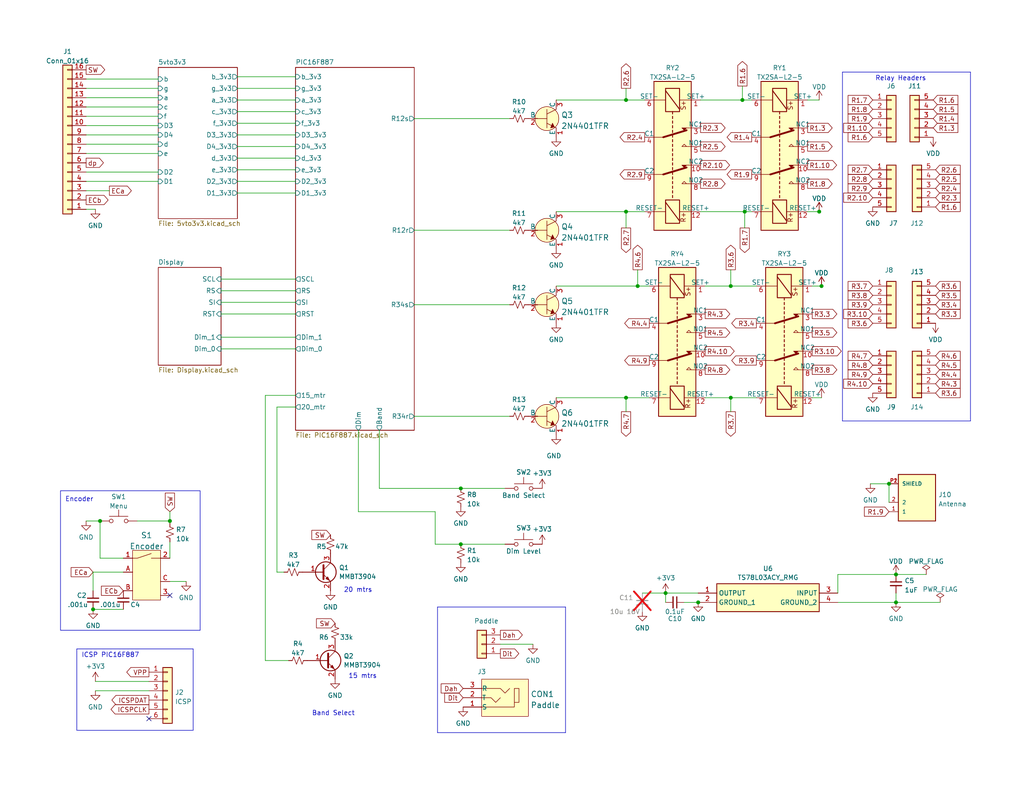
<source format=kicad_sch>
(kicad_sch (version 20230121) (generator eeschema)
  (paper "USLetter")
  (title_block (title "TriBander Latching Relay Board w/LCD") (date "2024-Jan") (rev "1.0") (company "AI6XG"))
  (lib_symbols
    (symbol "1-1337543-0:1-1337543-0" (pin_names (offset 1.016))
      (property "Reference" "J" (at -5.08 5.715 0))
      (property "Value" "1-1337543-0" (at -5.08 -10.16 0))
      (symbol "1-1337543-0_0_0"
        (pin passive line (at 7.62 2.54 180) (length 2.54) (name "1") (number "1"))
        (pin passive line (at 7.62 0 180) (length 2.54) (name "2") (number "2"))
        (pin passive line (at 7.62 -5.08 180) (length 2.54) (name "SHIELD") (number "P1"))
        (pin passive line (at 7.62 -5.08 180) (length 2.54) (name "SHIELD") (number "P2"))
      )
    )
    (symbol "AI6XG_Library:TX2SA-L2-5" (pin_names (offset 0))
      (property "Reference" "K" (at 20.32 8.89 0))
      (property "Value" "TX2SA-L2-5" (at 25.4 6.35 0))
      (symbol "TX2SA-L2-5_1_1"
        (text "+" (at -14.351 2.921 0) (effects (font (size 1.27 1.27))))
        (text "+" (at 16.129 2.921 0) (effects (font (size 1.27 1.27))))
        (text "R" (at 17.526 2.921 0) (effects (font (size 1.27 1.27))))
        (text "S" (at -13.081 2.921 0) (effects (font (size 1.27 1.27))))
        (pin passive line (at -15.24 7.62 270) (length 2.54) (name "SET+") (number "1"))
        (pin passive line (at 2.54 7.62 270) (length 2.54) (name "NC2") (number "10"))
        (pin passive line (at 15.24 7.62 270) (length 2.54) (name "RESET+") (number "12"))
        (pin passive line (at -7.62 7.62 270) (length 2.54) (name "NC1") (number "3"))
        (pin passive line (at -5.08 -7.62 90) (length 2.54) (name "C1") (number "4"))
        (pin passive line (at -2.54 7.62 270) (length 2.54) (name "NO1") (number "5"))
        (pin passive line (at -15.24 -7.62 90) (length 2.54) (name "SET-") (number "6"))
        (pin passive line (at 15.24 -7.62 90) (length 2.54) (name "RESET-") (number "7"))
        (pin passive line (at 7.62 7.62 270) (length 2.54) (name "NO2") (number "8"))
        (pin passive line (at 5.08 -7.62 90) (length 2.54) (name "C2") (number "9"))
      )
    )
    (symbol "Conn_01x05_1" (pin_names (offset 1.016) hide)
      (property "Reference" "J" (at 0 7.62 0))
      (property "Value" "Conn_01x05_1" (at 0 -7.62 0))
      (symbol "Conn_01x05_1_1_1"
        (pin passive line (at -5.08 5.08 0) (length 3.81) (name "Pin_1") (number "1"))
        (pin passive line (at -5.08 2.54 0) (length 3.81) (name "Pin_2") (number "2"))
        (pin passive line (at -5.08 0 0) (length 3.81) (name "Pin_3") (number "3"))
        (pin passive line (at -5.08 -2.54 0) (length 3.81) (name "Pin_4") (number "4"))
        (pin passive line (at -5.08 -5.08 0) (length 3.81) (name "Pin_5") (number "5"))
      )
    )
    (symbol "Connector_Generic:Conn_01x03" (pin_names (offset 1.016) hide)
      (property "Reference" "J" (at 0 5.08 0))
      (property "Value" "Conn_01x03" (at 0 -5.08 0))
      (symbol "Conn_01x03_1_1"
        (pin passive line (at -5.08 2.54 0) (length 3.81) (name "Pin_1") (number "1"))
        (pin passive line (at -5.08 0 0) (length 3.81) (name "Pin_2") (number "2"))
        (pin passive line (at -5.08 -2.54 0) (length 3.81) (name "Pin_3") (number "3"))
      )
    )
    (symbol "Connector_Generic:Conn_01x05" (pin_names (offset 1.016) hide)
      (property "Reference" "J" (at 0 7.62 0))
      (property "Value" "Conn_01x05" (at 0 -7.62 0))
      (symbol "Conn_01x05_1_1"
        (pin passive line (at -5.08 5.08 0) (length 3.81) (name "Pin_1") (number "1"))
        (pin passive line (at -5.08 2.54 0) (length 3.81) (name "Pin_2") (number "2"))
        (pin passive line (at -5.08 0 0) (length 3.81) (name "Pin_3") (number "3"))
        (pin passive line (at -5.08 -2.54 0) (length 3.81) (name "Pin_4") (number "4"))
        (pin passive line (at -5.08 -5.08 0) (length 3.81) (name "Pin_5") (number "5"))
      )
    )
    (symbol "Connector_Generic:Conn_01x06" (pin_names (offset 1.016) hide)
      (property "Reference" "J" (at 0 7.62 0))
      (property "Value" "Conn_01x06" (at 0 -10.16 0))
      (symbol "Conn_01x06_1_1"
        (pin passive line (at -5.08 5.08 0) (length 3.81) (name "Pin_1") (number "1"))
        (pin passive line (at -5.08 2.54 0) (length 3.81) (name "Pin_2") (number "2"))
        (pin passive line (at -5.08 0 0) (length 3.81) (name "Pin_3") (number "3"))
        (pin passive line (at -5.08 -2.54 0) (length 3.81) (name "Pin_4") (number "4"))
        (pin passive line (at -5.08 -5.08 0) (length 3.81) (name "Pin_5") (number "5"))
        (pin passive line (at -5.08 -7.62 0) (length 3.81) (name "Pin_6") (number "6"))
      )
    )
    (symbol "Connector_Generic:Conn_01x16" (pin_names (offset 1.016) hide)
      (property "Reference" "J" (at 0 20.32 0))
      (property "Value" "Conn_01x16" (at 0 -22.86 0))
      (symbol "Conn_01x16_1_1"
        (pin passive line (at -5.08 17.78 0) (length 3.81) (name "Pin_1") (number "1"))
        (pin passive line (at -5.08 -5.08 0) (length 3.81) (name "Pin_10") (number "10"))
        (pin passive line (at -5.08 -7.62 0) (length 3.81) (name "Pin_11") (number "11"))
        (pin passive line (at -5.08 -10.16 0) (length 3.81) (name "Pin_12") (number "12"))
        (pin passive line (at -5.08 -12.7 0) (length 3.81) (name "Pin_13") (number "13"))
        (pin passive line (at -5.08 -15.24 0) (length 3.81) (name "Pin_14") (number "14"))
        (pin passive line (at -5.08 -17.78 0) (length 3.81) (name "Pin_15") (number "15"))
        (pin passive line (at -5.08 -20.32 0) (length 3.81) (name "Pin_16") (number "16"))
        (pin passive line (at -5.08 15.24 0) (length 3.81) (name "Pin_2") (number "2"))
        (pin passive line (at -5.08 12.7 0) (length 3.81) (name "Pin_3") (number "3"))
        (pin passive line (at -5.08 10.16 0) (length 3.81) (name "Pin_4") (number "4"))
        (pin passive line (at -5.08 7.62 0) (length 3.81) (name "Pin_5") (number "5"))
        (pin passive line (at -5.08 5.08 0) (length 3.81) (name "Pin_6") (number "6"))
        (pin passive line (at -5.08 2.54 0) (length 3.81) (name "Pin_7") (number "7"))
        (pin passive line (at -5.08 0 0) (length 3.81) (name "Pin_8") (number "8"))
        (pin passive line (at -5.08 -2.54 0) (length 3.81) (name "Pin_9") (number "9"))
      )
    )
    (symbol "Device:C_Polarized_Small_US" (pin_numbers hide) (pin_names (offset 0.254) hide)
      (property "Reference" "C" (at 0.254 1.778 0))
      (property "Value" "C_Polarized_Small_US" (at 0.254 -2.032 0))
      (symbol "C_Polarized_Small_US_1_1"
        (pin passive line (at 0 2.54 270) (length 2.032) (name "~") (number "1"))
        (pin passive line (at 0 -2.54 90) (length 2.032) (name "~") (number "2"))
      )
    )
    (symbol "Device:C_Small" (pin_numbers hide) (pin_names (offset 0.254) hide)
      (property "Reference" "C" (at 0.254 1.778 0))
      (property "Value" "C_Small" (at 0.254 -2.032 0))
      (symbol "C_Small_1_1"
        (pin passive line (at 0 2.54 270) (length 2.032) (name "~") (number "1"))
        (pin passive line (at 0 -2.54 90) (length 2.032) (name "~") (number "2"))
      )
    )
    (symbol "Device:R_Small_US" (pin_numbers hide) (pin_names (offset 0.254) hide)
      (property "Reference" "R" (at 0.762 0.508 0))
      (property "Value" "R_Small_US" (at 0.762 -1.016 0))
      (symbol "R_Small_US_1_1"
        (pin passive line (at 0 2.54 270) (length 1.016) (name "~") (number "1"))
        (pin passive line (at 0 -2.54 90) (length 1.016) (name "~") (number "2"))
      )
    )
    (symbol "GND_10" (power) (pin_numbers hide) (pin_names (offset 0) hide)
      (property "Value" "GND_10" (at 0 -3.81 0))
      (symbol "GND_10_1_1"
        (pin power_in line (at 0 0 270) (length 0) hide (name "GND") (number "1"))
      )
    )
    (symbol "GND_2" (power) (pin_numbers hide) (pin_names (offset 0) hide)
      (property "Value" "GND_2" (at 0 -3.81 0))
      (symbol "GND_2_1_1"
        (pin power_in line (at 0 0 270) (length 0) hide (name "GND") (number "1"))
      )
    )
    (symbol "GND_3" (power) (pin_numbers hide) (pin_names (offset 0) hide)
      (property "Value" "GND_3" (at 0 -3.81 0))
      (symbol "GND_3_1_1"
        (pin power_in line (at 0 0 270) (length 0) hide (name "GND") (number "1"))
      )
    )
    (symbol "GND_4" (power) (pin_numbers hide) (pin_names (offset 0) hide)
      (property "Value" "GND_4" (at 0 -3.81 0))
      (symbol "GND_4_1_1"
        (pin power_in line (at 0 0 270) (length 0) hide (name "GND") (number "1"))
      )
    )
    (symbol "GND_6" (power) (pin_numbers hide) (pin_names (offset 0) hide)
      (property "Value" "GND_6" (at 0 -3.81 0))
      (symbol "GND_6_1_1"
        (pin power_in line (at 0 0 270) (length 0) hide (name "GND") (number "1"))
      )
    )
    (symbol "GND_7" (power) (pin_numbers hide) (pin_names (offset 0) hide)
      (property "Value" "GND_7" (at 0 -3.81 0))
      (symbol "GND_7_1_1"
        (pin power_in line (at 0 0 270) (length 0) hide (name "GND") (number "1"))
      )
    )
    (symbol "GND_8" (power) (pin_numbers hide) (pin_names (offset 0) hide)
      (property "Value" "GND_8" (at 0 -3.81 0))
      (symbol "GND_8_1_1"
        (pin power_in line (at 0 0 270) (length 0) hide (name "GND") (number "1"))
      )
    )
    (symbol "GND_9" (power) (pin_numbers hide) (pin_names (offset 0) hide)
      (property "Value" "GND_9" (at 0 -3.81 0))
      (symbol "GND_9_1_1"
        (pin power_in line (at 0 0 270) (length 0) hide (name "GND") (number "1"))
      )
    )
    (symbol "SamacSys_Parts:TS78L03ACY_RMG"
      (property "Reference" "IC" (at 34.29 7.62 0))
      (property "Value" "TS78L03ACY_RMG" (at 34.29 5.08 0))
      (symbol "TS78L03ACY_RMG_1_1"
        (pin passive line (at 0 0 0) (length 5.08) (name "OUTPUT") (number "1"))
        (pin passive line (at 0 -2.54 0) (length 5.08) (name "GROUND_1") (number "2"))
        (pin passive line (at 38.1 0 180) (length 5.08) (name "INPUT") (number "3"))
        (pin passive line (at 38.1 -2.54 180) (length 5.08) (name "GROUND_2") (number "4"))
      )
    )
    (symbol "Switch:SW_Push" (pin_numbers hide) (pin_names (offset 1.016) hide)
      (property "Reference" "SW" (at 1.27 2.54 0))
      (property "Value" "SW_Push" (at 0 -1.524 0))
      (symbol "SW_Push_0_1"
        (pin passive line (at -5.08 0 0) (length 2.54) (name "1") (number "1"))
        (pin passive line (at 5.08 0 180) (length 2.54) (name "2") (number "2"))
      )
    )
    (symbol "Transistor_BJT:MMBT3904" (pin_names (offset 0) hide)
      (property "Reference" "Q" (at 5.08 1.905 0))
      (property "Value" "MMBT3904" (at 5.08 0 0))
      (symbol "MMBT3904_1_1"
        (pin input line (at -5.08 0 0) (length 5.715) (name "B") (number "1"))
        (pin passive line (at 2.54 -5.08 90) (length 2.54) (name "E") (number "2"))
        (pin passive line (at 2.54 5.08 270) (length 2.54) (name "C") (number "3"))
      )
    )
    (symbol "VDD_1" (power) (pin_numbers hide) (pin_names (offset 0) hide)
      (property "Value" "VDD_1" (at 0 3.81 0))
      (symbol "VDD_1_1_1"
        (pin power_in line (at 0 0 90) (length 0) hide (name "VDD") (number "1"))
      )
    )
    (symbol "VDD_2" (power) (pin_numbers hide) (pin_names (offset 0) hide)
      (property "Value" "VDD_2" (at 0 3.81 0))
      (symbol "VDD_2_1_1"
        (pin power_in line (at 0 0 90) (length 0) hide (name "VDD") (number "1"))
      )
    )
    (symbol "dk_Barrel-Audio-Connectors:SJ1-3523N" (pin_names (offset 0.0508))
      (property "Reference" "CON" (at -7.62 6.35 0))
      (property "Value" "SJ1-3523N" (at -1.27 -6.35 0))
      (symbol "SJ1-3523N_1_1"
        (pin passive line (at 10.16 -2.54 180) (length 5.08) (name "S") (number "1"))
        (pin passive line (at 10.16 0 180) (length 5.08) (name "T") (number "2"))
        (pin passive line (at 10.16 2.54 180) (length 5.08) (name "R") (number "3"))
      )
    )
    (symbol "dk_Encoders:PEC11R-4215F-S0024" (pin_names (offset 1.016) hide)
      (property "Reference" "S" (at -1.27 5.715 0))
      (property "Value" "PEC11R-4215F-S0024" (at -1.27 -9.906 0))
      (symbol "PEC11R-4215F-S0024_1_1"
        (pin bidirectional line (at -7.62 2.54 0) (length 2.54) (name "~") (number "1"))
        (pin bidirectional line (at 5.08 2.54 180) (length 2.54) (name "~") (number "2"))
        (pin unspecified line (at 5.08 -7.62 180) (length 2.54) (name "~") (number "3"))
        (pin bidirectional line (at -7.62 -1.27 0) (length 2.54) (name "CH_A") (number "A"))
        (pin bidirectional line (at -7.62 -6.35 0) (length 2.54) (name "CH_B") (number "B"))
        (pin input line (at 5.08 -3.81 180) (length 2.54) (name "COM") (number "C"))
      )
    )
    (symbol "dk_Transistors-Bipolar-BJT-Single:2N4401TFR" (pin_names (offset 0))
      (property "Reference" "Q" (at -3.2004 4.2164 0))
      (property "Value" "2N4401TFR" (at 5.2324 0 90))
      (symbol "2N4401TFR_1_1"
        (pin passive line (at 2.54 -5.08 90) (length 2.54) (name "E") (number "1"))
        (pin input line (at -5.08 0 0) (length 2.54) (name "B") (number "2"))
        (pin passive line (at 2.54 5.08 270) (length 2.54) (name "C") (number "3"))
      )
    )
    (symbol "power:+3V3" (power) (pin_numbers hide) (pin_names (offset 0) hide)
      (property "Value" "+3V3" (at 0 3.556 0))
      (symbol "+3V3_1_1"
        (pin power_in line (at 0 0 90) (length 0) hide (name "+3V3") (number "1"))
      )
    )
    (symbol "power:GND" (power) (pin_numbers hide) (pin_names (offset 0) hide)
      (property "Value" "GND" (at 0 -3.81 0))
      (symbol "GND_1_1"
        (pin power_in line (at 0 0 270) (length 0) hide (name "GND") (number "1"))
      )
    )
    (symbol "power:PWR_FLAG" (power) (pin_numbers hide) (pin_names (offset 0) hide)
      (property "Value" "PWR_FLAG" (at 0 3.81 0))
      (symbol "PWR_FLAG_0_0"
        (pin power_out line (at 0 0 90) (length 0) (name "pwr") (number "1"))
      )
    )
  )
  (junction (at 242.57 132.08))
  (junction (at 25.4 166.37))
  (junction (at 224.155 78.105))
  (junction (at 46.355 142.24))
  (junction (at 125.73 148.59))
  (junction (at 203.2 57.785))
  (junction (at 190.5 164.465))
  (junction (at 202.565 27.305))
  (junction (at 170.815 108.585))
  (junction (at 27.305 142.24))
  (junction (at 173.99 78.105))
  (junction (at 170.815 57.785))
  (junction (at 244.475 164.465))
  (junction (at 181.61 161.925))
  (junction (at 125.73 133.35))
  (junction (at 244.475 156.845))
  (junction (at 199.39 108.585))
  (junction (at 199.39 78.105))
  (junction (at 223.52 57.785))
  (junction (at 170.815 27.305))
  (no_connect (at 40.64 196.215))
  (no_connect (at 46.355 162.56))
  (wire (pts (xy 191.135 57.785) (xy 203.2 57.785)))
  (polyline (pts (xy 229.87 19.685) (xy 264.795 19.685)))
  (wire (pts (xy 25.4 166.37) (xy 33.655 166.37)))
  (wire (pts (xy 23.495 142.24) (xy 27.305 142.24)))
  (wire (pts (xy 33.655 156.21) (xy 25.4 156.21)))
  (polyline (pts (xy 119.38 165.735) (xy 119.38 200.025)))
  (wire (pts (xy 60.325 92.075) (xy 80.645 92.075)))
  (wire (pts (xy 151.765 57.785) (xy 170.815 57.785)))
  (wire (pts (xy 113.03 113.665) (xy 139.065 113.665)))
  (wire (pts (xy 244.475 164.465) (xy 244.475 161.925)))
  (wire (pts (xy 27.305 152.4) (xy 33.655 152.4)))
  (wire (pts (xy 125.73 133.35) (xy 137.795 133.35)))
  (wire (pts (xy 46.355 139.7) (xy 46.355 142.24)))
  (wire (pts (xy 75.565 156.21) (xy 75.565 111.125)))
  (wire (pts (xy 118.745 148.59) (xy 125.73 148.59)))
  (wire (pts (xy 151.765 78.105) (xy 173.99 78.105)))
  (wire (pts (xy 244.475 164.465) (xy 256.54 164.465)))
  (wire (pts (xy 192.405 108.585) (xy 199.39 108.585)))
  (wire (pts (xy 202.565 27.305) (xy 205.105 27.305)))
  (wire (pts (xy 46.355 158.75) (xy 50.8 158.75)))
  (wire (pts (xy 23.495 39.37) (xy 43.18 39.37)))
  (wire (pts (xy 170.815 24.13) (xy 170.815 27.305)))
  (polyline (pts (xy 264.795 19.685) (xy 264.795 114.935)))
  (wire (pts (xy 199.39 108.585) (xy 206.375 108.585)))
  (wire (pts (xy 221.615 78.105) (xy 224.155 78.105)))
  (wire (pts (xy 228.6 156.845) (xy 244.475 156.845)))
  (wire (pts (xy 64.77 40.005) (xy 80.645 40.005)))
  (wire (pts (xy 60.325 82.55) (xy 80.645 82.55)))
  (wire (pts (xy 242.57 132.08) (xy 242.57 137.16)))
  (wire (pts (xy 64.77 20.955) (xy 80.645 20.955)))
  (wire (pts (xy 23.495 36.83) (xy 43.18 36.83)))
  (wire (pts (xy 113.03 32.385) (xy 139.065 32.385)))
  (wire (pts (xy 23.495 21.59) (xy 43.18 21.59)))
  (polyline (pts (xy 154.305 165.735) (xy 154.305 200.025)))
  (wire (pts (xy 228.6 156.845) (xy 228.6 161.925)))
  (wire (pts (xy 23.495 49.53) (xy 43.18 49.53)))
  (wire (pts (xy 64.77 27.305) (xy 80.645 27.305)))
  (wire (pts (xy 170.815 57.785) (xy 170.815 62.23)))
  (wire (pts (xy 23.495 46.99) (xy 43.18 46.99)))
  (wire (pts (xy 199.39 108.585) (xy 199.39 112.395)))
  (wire (pts (xy 191.135 27.305) (xy 202.565 27.305)))
  (polyline (pts (xy 119.38 165.735) (xy 154.305 165.735)))
  (wire (pts (xy 46.355 142.875) (xy 46.355 142.24)))
  (wire (pts (xy 23.495 41.91) (xy 43.18 41.91)))
  (wire (pts (xy 244.475 156.845) (xy 252.73 156.845)))
  (wire (pts (xy 170.815 108.585) (xy 170.815 112.395)))
  (wire (pts (xy 97.79 117.475) (xy 97.79 139.7)))
  (wire (pts (xy 151.765 108.585) (xy 170.815 108.585)))
  (wire (pts (xy 103.505 117.475) (xy 103.505 133.35)))
  (wire (pts (xy 199.39 73.66) (xy 199.39 78.105)))
  (wire (pts (xy 237.49 132.08) (xy 242.57 132.08)))
  (wire (pts (xy 60.325 76.2) (xy 80.645 76.2)))
  (wire (pts (xy 181.61 161.925) (xy 190.5 161.925)))
  (wire (pts (xy 23.495 26.67) (xy 43.18 26.67)))
  (wire (pts (xy 78.74 180.34) (xy 72.39 180.34)))
  (wire (pts (xy 173.99 73.66) (xy 173.99 78.105)))
  (wire (pts (xy 170.815 27.305) (xy 175.895 27.305)))
  (wire (pts (xy 186.69 164.465) (xy 190.5 164.465)))
  (wire (pts (xy 113.03 83.185) (xy 139.065 83.185)))
  (wire (pts (xy 170.815 57.785) (xy 175.895 57.785)))
  (polyline (pts (xy 229.87 19.685) (xy 229.87 114.935)))
  (wire (pts (xy 125.73 148.59) (xy 137.795 148.59)))
  (wire (pts (xy 221.615 108.585) (xy 224.155 108.585)))
  (wire (pts (xy 46.355 147.955) (xy 46.355 152.4)))
  (wire (pts (xy 220.345 27.305) (xy 223.52 27.305)))
  (wire (pts (xy 23.495 57.15) (xy 26.035 57.15)))
  (wire (pts (xy 199.39 78.105) (xy 206.375 78.105)))
  (wire (pts (xy 118.745 139.7) (xy 118.745 148.59)))
  (polyline (pts (xy 52.705 199.39) (xy 20.955 199.39)))
  (wire (pts (xy 25.4 156.21) (xy 25.4 161.29)))
  (polyline (pts (xy 154.305 200.025) (xy 119.38 200.025)))
  (wire (pts (xy 26.035 188.595) (xy 40.64 188.595)))
  (polyline (pts (xy 20.955 177.165) (xy 52.705 177.165)))
  (wire (pts (xy 64.77 46.355) (xy 80.645 46.355)))
  (wire (pts (xy 23.495 24.13) (xy 43.18 24.13)))
  (wire (pts (xy 103.505 133.35) (xy 125.73 133.35)))
  (wire (pts (xy 27.305 142.24) (xy 27.305 152.4)))
  (wire (pts (xy 64.77 52.705) (xy 80.645 52.705)))
  (wire (pts (xy 173.99 78.105) (xy 177.165 78.105)))
  (wire (pts (xy 202.565 23.495) (xy 202.565 27.305)))
  (wire (pts (xy 23.495 52.07) (xy 29.845 52.07)))
  (wire (pts (xy 220.345 57.785) (xy 223.52 57.785)))
  (wire (pts (xy 46.355 142.24) (xy 37.465 142.24)))
  (wire (pts (xy 60.325 95.25) (xy 80.645 95.25)))
  (wire (pts (xy 64.77 33.655) (xy 80.645 33.655)))
  (wire (pts (xy 64.77 49.53) (xy 80.645 49.53)))
  (wire (pts (xy 228.6 164.465) (xy 244.475 164.465)))
  (wire (pts (xy 64.77 30.48) (xy 80.645 30.48)))
  (wire (pts (xy 75.565 156.21) (xy 77.47 156.21)))
  (wire (pts (xy 72.39 107.95) (xy 80.645 107.95)))
  (wire (pts (xy 181.61 161.925) (xy 181.61 164.465)))
  (wire (pts (xy 75.565 111.125) (xy 80.645 111.125)))
  (wire (pts (xy 23.495 34.29) (xy 43.18 34.29)))
  (wire (pts (xy 23.495 31.75) (xy 43.18 31.75)))
  (wire (pts (xy 97.79 139.7) (xy 118.745 139.7)))
  (polyline (pts (xy 20.955 177.165) (xy 20.955 199.39)))
  (wire (pts (xy 23.495 29.21) (xy 43.18 29.21)))
  (wire (pts (xy 203.2 57.785) (xy 203.2 62.23)))
  (wire (pts (xy 60.325 85.725) (xy 80.645 85.725)))
  (wire (pts (xy 203.2 57.785) (xy 205.105 57.785)))
  (wire (pts (xy 64.77 43.18) (xy 80.645 43.18)))
  (wire (pts (xy 170.815 108.585) (xy 177.165 108.585)))
  (wire (pts (xy 151.765 27.305) (xy 170.815 27.305)))
  (wire (pts (xy 60.325 79.375) (xy 80.645 79.375)))
  (wire (pts (xy 136.525 175.895) (xy 145.415 175.895)))
  (wire (pts (xy 64.77 24.13) (xy 80.645 24.13)))
  (wire (pts (xy 192.405 78.105) (xy 199.39 78.105)))
  (polyline (pts (xy 52.705 177.165) (xy 52.705 199.39)))
  (wire (pts (xy 175.26 161.925) (xy 181.61 161.925)))
  (wire (pts (xy 26.035 186.055) (xy 40.64 186.055)))
  (wire (pts (xy 64.77 36.83) (xy 80.645 36.83)))
  (wire (pts (xy 72.39 180.34) (xy 72.39 107.95)))
  (polyline (pts (xy 264.795 114.935) (xy 229.87 114.935)))
  (wire (pts (xy 113.03 62.865) (xy 139.065 62.865)))
  (rectangle (start 16.51 133.985) (end 54.61 172.085))
  (text "20 mtrs" (at 101.6 161.925 0) (effects (font (size 1.27 1.27)) (justify right bottom)))
  (text "15 mtrs" (at 102.87 185.42 0) (effects (font (size 1.27 1.27)) (justify right bottom)))
  (text "Relay Headers" (at 252.73 22.225 0) (effects (font (size 1.27 1.27)) (justify right bottom)))
  (text "ICSP PIC16F887" (at 22.225 179.705 0) (effects (font (size 1.27 1.27)) (justify left bottom)))
  (text "Encoder" (at 17.78 137.16 0) (effects (font (size 1.27 1.27)) (justify left bottom)))
  (text "Band Select" (at 85.09 195.58 0) (effects (font (size 1.27 1.27)) (justify left bottom)))
  (global_label "R4.10" (shape input) (at 238.125 104.775 180) (property "Intersheetrefs" "${INTERSHEET_REFS}" (effects hide)))
  (global_label "R3.7" (shape input) (at 238.125 78.105 180) (property "Intersheetrefs" "${INTERSHEET_REFS}" (effects hide)))
  (global_label "R2.3" (shape input) (at 255.27 53.975 0) (property "Intersheetrefs" "${INTERSHEET_REFS}" (effects hide)))
  (global_label "R1.6" (shape output) (at 202.565 23.495 90) (property "Intersheetrefs" "${INTERSHEET_REFS}" (effects hide)))
  (global_label "R2.10" (shape input) (at 238.125 53.975 180) (property "Intersheetrefs" "${INTERSHEET_REFS}" (effects hide)))
  (global_label "R3.8" (shape input) (at 238.125 80.645 180) (property "Intersheetrefs" "${INTERSHEET_REFS}" (effects hide)))
  (global_label "R3.8" (shape output) (at 221.615 100.965 0) (property "Intersheetrefs" "${INTERSHEET_REFS}" (effects hide)))
  (global_label "R2.6" (shape output) (at 170.815 24.13 90) (property "Intersheetrefs" "${INTERSHEET_REFS}" (effects hide)))
  (global_label "Dit" (shape output) (at 136.525 178.435 0) (property "Intersheetrefs" "${INTERSHEET_REFS}" (effects hide)))
  (global_label "R1.6" (shape input) (at 238.125 37.465 180) (property "Intersheetrefs" "${INTERSHEET_REFS}" (effects hide)))
  (global_label "R3.9" (shape output) (at 206.375 98.425 180) (property "Intersheetrefs" "${INTERSHEET_REFS}" (effects hide)))
  (global_label "R4.7" (shape output) (at 170.815 112.395 270) (property "Intersheetrefs" "${INTERSHEET_REFS}" (effects hide)))
  (global_label "R4.3" (shape input) (at 255.27 104.775 0) (property "Intersheetrefs" "${INTERSHEET_REFS}" (effects hide)))
  (global_label "R1.3" (shape input) (at 254.635 34.925 0) (property "Intersheetrefs" "${INTERSHEET_REFS}" (effects hide)))
  (global_label "R3.6" (shape input) (at 238.125 88.265 180) (property "Intersheetrefs" "${INTERSHEET_REFS}" (effects hide)))
  (global_label "R3.10" (shape output) (at 221.615 95.885 0) (property "Intersheetrefs" "${INTERSHEET_REFS}" (effects hide)))
  (global_label "R2.8" (shape output) (at 191.135 50.165 0) (property "Intersheetrefs" "${INTERSHEET_REFS}" (effects hide)))
  (global_label "R1.9" (shape input) (at 242.57 139.7 180) (property "Intersheetrefs" "${INTERSHEET_REFS}" (effects hide)))
  (global_label "R4.5" (shape output) (at 192.405 90.805 0) (property "Intersheetrefs" "${INTERSHEET_REFS}" (effects hide)))
  (global_label "R3.5" (shape output) (at 221.615 90.805 0) (property "Intersheetrefs" "${INTERSHEET_REFS}" (effects hide)))
  (global_label "R1.7" (shape output) (at 203.2 62.23 270) (property "Intersheetrefs" "${INTERSHEET_REFS}" (effects hide)))
  (global_label "Dah" (shape output) (at 136.525 173.355 0) (property "Intersheetrefs" "${INTERSHEET_REFS}" (effects hide)))
  (global_label "SW" (shape output) (at 23.495 19.05 0) (property "Intersheetrefs" "${INTERSHEET_REFS}" (effects hide)))
  (global_label "R4.9" (shape output) (at 177.165 98.425 180) (property "Intersheetrefs" "${INTERSHEET_REFS}" (effects hide)))
  (global_label "R3.6" (shape input) (at 255.27 78.105 0) (property "Intersheetrefs" "${INTERSHEET_REFS}" (effects hide)))
  (global_label "SW" (shape input) (at 46.355 139.7 90) (property "Intersheetrefs" "${INTERSHEET_REFS}" (effects hide)))
  (global_label "R1.3" (shape output) (at 220.345 34.925 0) (property "Intersheetrefs" "${INTERSHEET_REFS}" (effects hide)))
  (global_label "R2.5" (shape output) (at 191.135 40.005 0) (property "Intersheetrefs" "${INTERSHEET_REFS}" (effects hide)))
  (global_label "R1.6" (shape input) (at 254.635 27.305 0) (property "Intersheetrefs" "${INTERSHEET_REFS}" (effects hide)))
  (global_label "R3.6" (shape input) (at 255.27 107.315 0) (property "Intersheetrefs" "${INTERSHEET_REFS}" (effects hide)))
  (global_label "R2.7" (shape input) (at 238.125 46.355 180) (property "Intersheetrefs" "${INTERSHEET_REFS}" (effects hide)))
  (global_label "R3.4" (shape input) (at 255.27 83.185 0) (property "Intersheetrefs" "${INTERSHEET_REFS}" (effects hide)))
  (global_label "R2.9" (shape input) (at 238.125 51.435 180) (property "Intersheetrefs" "${INTERSHEET_REFS}" (effects hide)))
  (global_label "R3.4" (shape output) (at 206.375 88.265 180) (property "Intersheetrefs" "${INTERSHEET_REFS}" (effects hide)))
  (global_label "R1.8" (shape input) (at 238.125 29.845 180) (property "Intersheetrefs" "${INTERSHEET_REFS}" (effects hide)))
  (global_label "R4.8" (shape output) (at 192.405 100.965 0) (property "Intersheetrefs" "${INTERSHEET_REFS}" (effects hide)))
  (global_label "R3.9" (shape input) (at 238.125 83.185 180) (property "Intersheetrefs" "${INTERSHEET_REFS}" (effects hide)))
  (global_label "R4.6" (shape input) (at 255.27 97.155 0) (property "Intersheetrefs" "${INTERSHEET_REFS}" (effects hide)))
  (global_label "R1.4" (shape output) (at 205.105 37.465 180) (property "Intersheetrefs" "${INTERSHEET_REFS}" (effects hide)))
  (global_label "R1.10" (shape output) (at 220.345 45.085 0) (property "Intersheetrefs" "${INTERSHEET_REFS}" (effects hide)))
  (global_label "R1.4" (shape input) (at 254.635 32.385 0) (property "Intersheetrefs" "${INTERSHEET_REFS}" (effects hide)))
  (global_label "ECa" (shape input) (at 25.4 156.21 180) (property "Intersheetrefs" "${INTERSHEET_REFS}" (effects hide)))
  (global_label "R2.4" (shape output) (at 175.895 37.465 180) (property "Intersheetrefs" "${INTERSHEET_REFS}" (effects hide)))
  (global_label "R1.5" (shape output) (at 220.345 40.005 0) (property "Intersheetrefs" "${INTERSHEET_REFS}" (effects hide)))
  (global_label "R4.7" (shape input) (at 238.125 97.155 180) (property "Intersheetrefs" "${INTERSHEET_REFS}" (effects hide)))
  (global_label "R1.6" (shape input) (at 255.27 56.515 0) (property "Intersheetrefs" "${INTERSHEET_REFS}" (effects hide)))
  (global_label "R2.5" (shape input) (at 255.27 48.895 0) (property "Intersheetrefs" "${INTERSHEET_REFS}" (effects hide)))
  (global_label "R4.3" (shape output) (at 192.405 85.725 0) (property "Intersheetrefs" "${INTERSHEET_REFS}" (effects hide)))
  (global_label "ICSPCLK" (shape output) (at 40.64 193.675 180) (property "Intersheetrefs" "${INTERSHEET_REFS}" (effects hide)))
  (global_label "R1.7" (shape input) (at 238.125 27.305 180) (property "Intersheetrefs" "${INTERSHEET_REFS}" (effects hide)))
  (global_label "R4.8" (shape input) (at 238.125 99.695 180) (property "Intersheetrefs" "${INTERSHEET_REFS}" (effects hide)))
  (global_label "ECb" (shape output) (at 23.495 54.61 0) (property "Intersheetrefs" "${INTERSHEET_REFS}" (effects hide)))
  (global_label "Dah" (shape input) (at 126.365 187.96 180) (property "Intersheetrefs" "${INTERSHEET_REFS}" (effects hide)))
  (global_label "R4.10" (shape output) (at 192.405 95.885 0) (property "Intersheetrefs" "${INTERSHEET_REFS}" (effects hide)))
  (global_label "R2.4" (shape input) (at 255.27 51.435 0) (property "Intersheetrefs" "${INTERSHEET_REFS}" (effects hide)))
  (global_label "R2.7" (shape output) (at 170.815 62.23 270) (property "Intersheetrefs" "${INTERSHEET_REFS}" (effects hide)))
  (global_label "R4.6" (shape output) (at 173.99 73.66 90) (property "Intersheetrefs" "${INTERSHEET_REFS}" (effects hide)))
  (global_label "dp" (shape output) (at 23.495 44.45 0) (property "Intersheetrefs" "${INTERSHEET_REFS}" (effects hide)))
  (global_label "R1.8" (shape output) (at 220.345 50.165 0) (property "Intersheetrefs" "${INTERSHEET_REFS}" (effects hide)))
  (global_label "R1.10" (shape input) (at 238.125 34.925 180) (property "Intersheetrefs" "${INTERSHEET_REFS}" (effects hide)))
  (global_label "R3.5" (shape input) (at 255.27 80.645 0) (property "Intersheetrefs" "${INTERSHEET_REFS}" (effects hide)))
  (global_label "Dit" (shape input) (at 126.365 190.5 180) (property "Intersheetrefs" "${INTERSHEET_REFS}" (effects hide)))
  (global_label "ECa" (shape output) (at 29.845 52.07 0) (property "Intersheetrefs" "${INTERSHEET_REFS}" (effects hide)))
  (global_label "SW" (shape input) (at 91.44 170.18 180) (property "Intersheetrefs" "${INTERSHEET_REFS}" (effects hide)))
  (global_label "ICSPDAT" (shape output) (at 40.64 191.135 180) (property "Intersheetrefs" "${INTERSHEET_REFS}" (effects hide)))
  (global_label "R3.7" (shape output) (at 199.39 112.395 270) (property "Intersheetrefs" "${INTERSHEET_REFS}" (effects hide)))
  (global_label "R4.4" (shape output) (at 177.165 88.265 180) (property "Intersheetrefs" "${INTERSHEET_REFS}" (effects hide)))
  (global_label "SW" (shape input) (at 90.17 146.05 180) (property "Intersheetrefs" "${INTERSHEET_REFS}" (effects hide)))
  (global_label "R1.5" (shape input) (at 254.635 29.845 0) (property "Intersheetrefs" "${INTERSHEET_REFS}" (effects hide)))
  (global_label "R3.3" (shape input) (at 255.27 85.725 0) (property "Intersheetrefs" "${INTERSHEET_REFS}" (effects hide)))
  (global_label "VPP" (shape output) (at 40.64 183.515 180) (property "Intersheetrefs" "${INTERSHEET_REFS}" (effects hide)))
  (global_label "R3.3" (shape output) (at 221.615 85.725 0) (property "Intersheetrefs" "${INTERSHEET_REFS}" (effects hide)))
  (global_label "R4.9" (shape input) (at 238.125 102.235 180) (property "Intersheetrefs" "${INTERSHEET_REFS}" (effects hide)))
  (global_label "R2.6" (shape input) (at 255.27 46.355 0) (property "Intersheetrefs" "${INTERSHEET_REFS}" (effects hide)))
  (global_label "R2.9" (shape output) (at 175.895 47.625 180) (property "Intersheetrefs" "${INTERSHEET_REFS}" (effects hide)))
  (global_label "R1.9" (shape input) (at 238.125 32.385 180) (property "Intersheetrefs" "${INTERSHEET_REFS}" (effects hide)))
  (global_label "R1.9" (shape output) (at 205.105 47.625 180) (property "Intersheetrefs" "${INTERSHEET_REFS}" (effects hide)))
  (global_label "R4.4" (shape input) (at 255.27 102.235 0) (property "Intersheetrefs" "${INTERSHEET_REFS}" (effects hide)))
  (global_label "ECb" (shape input) (at 33.655 161.29 180) (property "Intersheetrefs" "${INTERSHEET_REFS}" (effects hide)))
  (global_label "R2.10" (shape output) (at 191.135 45.085 0) (property "Intersheetrefs" "${INTERSHEET_REFS}" (effects hide)))
  (global_label "R2.3" (shape output) (at 191.135 34.925 0) (property "Intersheetrefs" "${INTERSHEET_REFS}" (effects hide)))
  (global_label "R2.8" (shape input) (at 238.125 48.895 180) (property "Intersheetrefs" "${INTERSHEET_REFS}" (effects hide)))
  (global_label "R3.10" (shape input) (at 238.125 85.725 180) (property "Intersheetrefs" "${INTERSHEET_REFS}" (effects hide)))
  (global_label "R3.6" (shape output) (at 199.39 73.66 90) (property "Intersheetrefs" "${INTERSHEET_REFS}" (effects hide)))
  (global_label "R4.5" (shape input) (at 255.27 99.695 0) (property "Intersheetrefs" "${INTERSHEET_REFS}" (effects hide)))
  (symbol (lib_id "dk_Barrel-Audio-Connectors:SJ1-3523N") (at 136.525 190.5 0) (mirror y) (unit 1)
    (property "Reference" "CON1" (at 144.78 189.5238 0) (effects (font (size 1.524 1.524)) (justify right)))
    (property "Value" "Paddle" (at 144.78 192.5172 0) (effects (font (size 1.524 1.524)) (justify right)))
    (property "Footprint" "CUI_SJ1-3523:CUI_SJ1-3513N round pin" (effects hide))
    (property "Datasheet" "https://www.cui.com/product/resource/digikeypdf/sj1-352xn_series.pdf" (effects hide))
    (property "Digi-Key_PN" "CP1-3523N-ND" (effects hide))
    (property "MPN" "SJ1-3523N" (effects hide))
    (property "Category" "Connectors, Interconnects" (effects hide))
    (property "Family" "Barrel - Audio Connectors" (effects hide))
    (property "DK_Datasheet_Link" "https://www.cui.com/product/resource/digikeypdf/sj1-352xn_series.pdf" (effects hide))
    (property "DK_Detail_Page" "/product-detail/en/cui-inc/SJ1-3523N/CP1-3523N-ND/738689" (effects hide))
    (property "Description" "CONN JACK STEREO 3.5MM R/A" (effects hide))
    (property "Manufacturer" "CUI Inc." (effects hide))
    (property "Status" "Active" (effects hide))
  )
  (symbol (lib_name "VDD_2") (lib_id "power:VDD") (at 223.52 27.305 0) (unit 1)
    (property "Reference" "#PWR025" (effects hide))
    (property "Value" "VDD" (at 223.52 23.7292 0))
  )
  (symbol (lib_id "Connector_Generic:Conn_01x06") (at 45.72 188.595 0) (unit 1)
    (property "Reference" "J2" (at 47.752 189.0303 0) (effects (justify left)))
    (property "Value" "ICSP" (at 47.752 191.5672 0) (effects (justify left)))
    (property "Footprint" "Connector_PinHeader_2.54mm:PinHeader_1x06_P2.54mm_Vertical" (effects hide))
  )
  (symbol (lib_id "Switch:SW_Push") (at 142.875 133.35 0) (unit 1)
    (property "Reference" "SW2" (at 142.875 128.905 0))
    (property "Value" "Band Select" (at 142.875 135.255 0))
    (property "Footprint" "Button_Switch_THT:SW_PUSH_6mm" (effects hide))
  )
  (symbol (lib_id "Device:R_Small_US") (at 125.73 135.89 180) (unit 1)
    (property "Reference" "R8" (at 127.381 135.0553 0) (effects (justify right)))
    (property "Value" "10k" (at 127.381 137.5922 0) (effects (justify right)))
    (property "Footprint" "Resistor_SMD:R_1206_3216Metric_Pad1.30x1.75mm_HandSolder" (effects hide))
  )
  (symbol (lib_id "Device:R_Small_US") (at 141.605 32.385 90) (unit 1)
    (property "Reference" "R10" (at 141.605 27.7962 90))
    (property "Value" "4k7" (at 141.605 30.3331 90))
    (property "Footprint" "AI6XG:R THT .25W minP" (effects hide))
  )
  (symbol (lib_id "Device:C_Small") (at 33.655 163.83 0) (unit 1)
    (property "Reference" "C4" (at 35.56 165.1 0) (effects (justify left)))
    (property "Value" ".001u" (at 27.305 165.1 0) (effects (justify left)))
    (property "Footprint" "Capacitor_THT:C_Disc_D3.4mm_W2.1mm_P2.50mm" (effects hide))
  )
  (symbol (lib_id "Device:C_Small") (at 244.475 159.385 0) (unit 1)
    (property "Reference" "C5" (at 246.7991 158.5566 0) (effects (justify left)))
    (property "Value" "1uF" (at 246.7991 161.0935 0) (effects (justify left)))
    (property "Footprint" "Capacitor_SMD:C_1206_3216Metric_Pad1.33x1.80mm_HandSolder" (effects hide))
  )
  (symbol (lib_id "Switch:SW_Push") (at 32.385 142.24 0) (unit 1)
    (property "Reference" "SW1" (at 32.385 135.6192 0))
    (property "Value" "Menu" (at 32.385 138.1561 0))
    (property "Footprint" "Button_Switch_THT:SW_PUSH_6mm" (effects hide))
  )
  (symbol (lib_id "Switch:SW_Push") (at 142.875 148.59 0) (unit 1)
    (property "Reference" "SW3" (at 142.875 144.145 0))
    (property "Value" "Dim Level" (at 142.875 150.495 0))
    (property "Footprint" "Button_Switch_THT:SW_PUSH_6mm" (effects hide))
  )
  (symbol (lib_name "VDD_1") (lib_id "power:VDD") (at 223.52 57.785 0) (unit 1)
    (property "Reference" "#PWR026" (effects hide))
    (property "Value" "VDD" (at 223.52 54.2092 0))
  )
  (symbol (lib_id "dk_Encoders:PEC11R-4215F-S0024") (at 41.275 154.94 0) (unit 1)
    (property "Reference" "S1" (at 40.005 146.1569 0) (effects (font (size 1.524 1.524))))
    (property "Value" "Encoder" (at 40.005 149.1503 0) (effects (font (size 1.524 1.524))))
    (property "Footprint" "digikey-footprints:Rotary_Encoder_Switched_PEC11R" (effects hide))
    (property "Datasheet" "https://www.bourns.com/docs/Product-Datasheets/PEC11R.pdf" (effects hide))
    (property "Digi-Key_PN" "PEC11R-4215F-S0024-ND" (effects hide))
    (property "MPN" "PEC11R-4215F-S0024" (effects hide))
    (property "Category" "Sensors, Transducers" (effects hide))
    (property "Family" "Encoders" (effects hide))
    (property "DK_Datasheet_Link" "https://www.bourns.com/docs/Product-Datasheets/PEC11R.pdf" (effects hide))
    (property "DK_Detail_Page" "/product-detail/en/bourns-inc/PEC11R-4215F-S0024/PEC11R-4215F-S0024-ND/4499665" (effects hide))
    (property "Description" "ROTARY ENCODER MECHANICAL 24PPR" (effects hide))
    (property "Manufacturer" "Bourns Inc." (effects hide))
    (property "Status" "Active" (effects hide))
  )
  (symbol (lib_name "VDD_1") (lib_id "power:VDD") (at 255.27 88.265 180) (unit 1)
    (property "Reference" "#PWR035" (effects hide))
    (property "Value" "VDD" (at 255.27 92.7084 0))
  )
  (symbol (lib_id "Connector_Generic:Conn_01x05") (at 243.205 32.385 0) (unit 1)
    (property "Reference" "J6" (at 241.935 23.495 0) (effects (justify left)))
    (property "Value" "Conn_01x05" (effects hide))
    (property "Footprint" "Connector_PinHeader_2.54mm:PinHeader_1x05_P2.54mm_Vertical" (effects hide))
  )
  (symbol (lib_name "GND_9") (lib_id "power:GND") (at 237.49 132.08 0) (unit 1)
    (property "Reference" "#PWR031" (effects hide))
    (property "Value" "GND" (at 237.49 136.5234 0))
  )
  (symbol (lib_id "Device:R_Small_US") (at 81.28 180.34 90) (unit 1)
    (property "Reference" "R4" (at 81.28 175.7512 90))
    (property "Value" "4k7" (at 81.28 178.2881 90))
    (property "Footprint" "Resistor_SMD:R_1206_3216Metric_Pad1.30x1.75mm_HandSolder" (effects hide))
  )
  (symbol (lib_id "power:+3V3") (at 181.61 161.925 0) (unit 1)
    (property "Reference" "#PWR01" (effects hide))
    (property "Value" "+3V3" (at 181.61 157.7919 0))
  )
  (symbol (lib_id "Connector_Generic:Conn_01x05") (at 250.19 83.185 180) (unit 1)
    (property "Reference" "J13" (at 250.19 74.93 0) (effects (justify top)))
    (property "Value" "Conn_01x05" (effects hide))
    (property "Footprint" "Connector_PinHeader_2.54mm:PinHeader_1x05_P2.54mm_Vertical" (effects hide))
  )
  (symbol (lib_id "Device:C_Small") (at 25.4 163.83 0) (unit 1)
    (property "Reference" "C2" (at 20.955 162.56 0) (effects (justify left)))
    (property "Value" ".001u" (at 18.415 165.1 0) (effects (justify left)))
    (property "Footprint" "Capacitor_THT:C_Disc_D3.4mm_W2.1mm_P2.50mm" (effects hide))
  )
  (symbol (lib_name "VDD_2") (lib_id "power:VDD") (at 244.475 156.845 0) (unit 1)
    (property "Reference" "#PWR019" (effects hide))
    (property "Value" "VDD" (at 244.475 153.2692 0))
  )
  (symbol (lib_name "GND_6") (lib_id "power:GND") (at 125.73 138.43 0) (unit 1)
    (property "Reference" "#PWR014" (effects hide))
    (property "Value" "GND" (at 125.73 142.8734 0))
  )
  (symbol (lib_name "VDD_1") (lib_id "power:VDD") (at 224.155 108.585 0) (unit 1)
    (property "Reference" "#PWR030" (effects hide))
    (property "Value" "VDD" (at 224.155 105.0092 0))
  )
  (symbol (lib_name "VDD_1") (lib_id "power:VDD") (at 224.155 78.105 0) (unit 1)
    (property "Reference" "#PWR028" (effects hide))
    (property "Value" "VDD" (at 224.155 74.5292 0))
  )
  (symbol (lib_name "GND_10") (lib_id "power:GND") (at 151.765 88.265 0) (unit 1)
    (property "Reference" "#PWR023" (effects hide))
    (property "Value" "GND" (at 151.765 92.7084 0))
  )
  (symbol (lib_id "SamacSys_Parts:TS78L03ACY_RMG") (at 190.5 161.925 0) (unit 1)
    (property "Reference" "U6" (at 209.55 155.2407 0))
    (property "Value" "TS78L03ACY_RMG" (at 209.55 157.6649 0))
    (property "Footprint" "Package_TO_SOT_SMD:SOT-89-3_Handsoldering" (effects hide))
    (property "Datasheet" "http://www.taiwansemi.com/products/datasheet/TS78L00_I15.pdf" (effects hide))
    (property "Height" "1.6" (effects hide))
    (property "Mouser Part Number" "821-TS78L03ACYRMG" (effects hide))
    (property "Mouser Price/Stock" "https://www.mouser.co.uk/ProductDetail/Taiwan-Semiconductor/TS78L03ACY-RMG?qs=5aG0NVq1C4zMFETJEE6enw%3D%3D" (effects hide))
    (property "Manufacturer_Name" "Taiwan Semiconductor" (effects hide))
    (property "Manufacturer_Part_Number" "TS78L03ACY RMG" (effects hide))
  )
  (symbol (lib_id "AI6XG_Library:TX2SA-L2-5") (at 183.515 42.545 270) (unit 1)
    (property "Reference" "RY2" (at 183.515 18.5252 90))
    (property "Value" "TX2SA-L2-5" (at 183.515 21.0621 90))
    (property "Footprint" "Relay_SMD:Relay_DPDT_Kemet_EE2_NU_DoubleCoil" (effects hide))
  )
  (symbol (lib_name "GND_6") (lib_id "power:GND") (at 190.5 164.465 0) (unit 1)
    (property "Reference" "#PWR055" (effects hide))
    (property "Value" "GND" (at 190.5 168.9084 0))
  )
  (symbol (lib_name "VDD_1") (lib_id "power:VDD") (at 223.52 57.785 0) (unit 1)
    (property "Reference" "#PWR027" (effects hide))
    (property "Value" "VDD" (at 223.52 54.2092 0))
  )
  (symbol (lib_id "1-1337543-0:1-1337543-0") (at 250.19 137.16 180) (unit 1)
    (property "Reference" "J10" (at 256.032 135.0553 0) (effects (justify right)))
    (property "Value" "Antenna" (at 256.032 137.5922 0) (effects (justify right)))
    (property "Footprint" "AI6XG:CONN_1-1337543-0" (effects hide))
    (property "TE_PN" "1-1337543-0" (effects hide))
    (property "MANUFACTURER" "TE CONNECTIVITY" (effects hide))
  )
  (symbol (lib_id "dk_Transistors-Bipolar-BJT-Single:2N4401TFR") (at 149.225 62.865 0) (unit 1)
    (property "Reference" "Q4" (at 153.1112 61.8888 0) (effects (font (size 1.524 1.524)) (justify left)))
    (property "Value" "2N4401TFR" (at 153.1112 64.8822 0) (effects (font (size 1.524 1.524)) (justify left)))
    (property "Footprint" "digikey-footprints:TO-92-3_Formed_Leads" (effects hide))
    (property "Datasheet" "https://www.onsemi.com/pub/Collateral/MMBT4401-D.PDF" (effects hide))
    (property "Digi-Key_PN" "2N4401D26ZCT-ND" (effects hide))
    (property "MPN" "2N4401TFR" (effects hide))
    (property "Category" "Discrete Semiconductor Products" (effects hide))
    (property "Family" "Transistors - Bipolar (BJT) - Single" (effects hide))
    (property "DK_Datasheet_Link" "https://www.onsemi.com/pub/Collateral/MMBT4401-D.PDF" (effects hide))
    (property "DK_Detail_Page" "/product-detail/en/on-semiconductor/2N4401TFR/2N4401D26ZCT-ND/458923" (effects hide))
    (property "Description" "TRANS NPN 40V 0.6A TO-92" (effects hide))
    (property "Manufacturer" "ON Semiconductor" (effects hide))
    (property "Status" "Active" (effects hide))
  )
  (symbol (lib_id "Device:R_Small_US") (at 91.44 172.72 0) (unit 1)
    (property "Reference" "R6" (at 86.995 173.99 0) (effects (justify left)))
    (property "Value" "33k" (at 92.71 173.99 0) (effects (justify left)))
    (property "Footprint" "Resistor_SMD:R_1206_3216Metric_Pad1.30x1.75mm_HandSolder" (effects hide))
  )
  (symbol (lib_name "GND_4") (lib_id "power:GND") (at 50.8 158.75 0) (unit 1)
    (property "Reference" "#PWR018" (effects hide))
    (property "Value" "GND" (at 50.8 163.1934 0))
  )
  (symbol (lib_id "power:PWR_FLAG") (at 252.73 156.845 0) (unit 1)
    (property "Reference" "#FLG01" (effects hide))
    (property "Value" "PWR_FLAG" (at 252.73 153.2692 0))
  )
  (symbol (lib_name "GND_6") (lib_id "power:GND") (at 175.26 167.005 0) (unit 1)
    (property "Reference" "#PWR056" (effects hide))
    (property "Value" "GND" (at 175.26 171.4484 0))
  )
  (symbol (lib_name "GND_4") (lib_id "power:GND") (at 25.4 166.37 0) (unit 1)
    (property "Reference" "#PWR012" (effects hide))
    (property "Value" "GND" (at 25.4 170.8134 0))
  )
  (symbol (lib_name "GND_2") (lib_id "power:GND") (at 126.365 193.04 0) (unit 1)
    (property "Reference" "#PWR011" (effects hide))
    (property "Value" "GND" (at 126.365 197.4834 0))
  )
  (symbol (lib_id "Device:C_Small") (at 184.15 164.465 270) (unit 1)
    (property "Reference" "C10" (at 184.15 168.91 90))
    (property "Value" "0.1uF" (at 184.15 167.005 90))
    (property "Footprint" "Capacitor_SMD:C_1206_3216Metric_Pad1.33x1.80mm_HandSolder" (effects hide))
  )
  (symbol (lib_id "dk_Transistors-Bipolar-BJT-Single:2N4401TFR") (at 149.225 83.185 0) (unit 1)
    (property "Reference" "Q5" (at 153.1112 82.2088 0) (effects (font (size 1.524 1.524)) (justify left)))
    (property "Value" "2N4401TFR" (at 153.1112 85.2022 0) (effects (font (size 1.524 1.524)) (justify left)))
    (property "Footprint" "digikey-footprints:TO-92-3_Formed_Leads" (effects hide))
    (property "Datasheet" "https://www.onsemi.com/pub/Collateral/MMBT4401-D.PDF" (effects hide))
    (property "Digi-Key_PN" "2N4401D26ZCT-ND" (effects hide))
    (property "MPN" "2N4401TFR" (effects hide))
    (property "Category" "Discrete Semiconductor Products" (effects hide))
    (property "Family" "Transistors - Bipolar (BJT) - Single" (effects hide))
    (property "DK_Datasheet_Link" "https://www.onsemi.com/pub/Collateral/MMBT4401-D.PDF" (effects hide))
    (property "DK_Detail_Page" "/product-detail/en/on-semiconductor/2N4401TFR/2N4401D26ZCT-ND/458923" (effects hide))
    (property "Description" "TRANS NPN 40V 0.6A TO-92" (effects hide))
    (property "Manufacturer" "ON Semiconductor" (effects hide))
    (property "Status" "Active" (effects hide))
  )
  (symbol (lib_id "power:+3V3") (at 147.955 133.35 0) (unit 1)
    (property "Reference" "#PWR059" (effects hide))
    (property "Value" "+3V3" (at 147.955 129.2169 0))
  )
  (symbol (lib_name "VDD_1") (lib_id "power:VDD") (at 224.155 78.105 0) (unit 1)
    (property "Reference" "#PWR029" (effects hide))
    (property "Value" "VDD" (at 224.155 74.5292 0))
  )
  (symbol (lib_id "Connector_Generic:Conn_01x05") (at 243.205 83.185 0) (unit 1)
    (property "Reference" "J8" (at 242.57 73.025 0) (effects (justify top)))
    (property "Value" "Conn_01x05" (effects hide))
    (property "Footprint" "Connector_PinHeader_2.54mm:PinHeader_1x05_P2.54mm_Vertical" (effects hide))
  )
  (symbol (lib_name "GND_2") (lib_id "power:GND") (at 26.035 188.595 0) (unit 1)
    (property "Reference" "#PWR02" (effects hide))
    (property "Value" "GND" (at 26.035 193.0384 0))
  )
  (symbol (lib_id "Device:R_Small_US") (at 125.73 151.13 180) (unit 1)
    (property "Reference" "R1" (at 127.381 150.2953 0) (effects (justify right)))
    (property "Value" "10k" (at 127.381 152.8322 0) (effects (justify right)))
    (property "Footprint" "Resistor_SMD:R_1206_3216Metric_Pad1.30x1.75mm_HandSolder" (effects hide))
  )
  (symbol (lib_id "Connector_Generic:Conn_01x05") (at 250.19 51.435 180) (unit 1)
    (property "Reference" "J12" (at 250.19 60.96 0))
    (property "Value" "Conn_01x05" (effects hide))
    (property "Footprint" "Connector_PinHeader_2.54mm:PinHeader_1x05_P2.54mm_Vertical" (effects hide))
  )
  (symbol (lib_id "AI6XG_Library:TX2SA-L2-5") (at 212.725 42.545 270) (unit 1)
    (property "Reference" "RY1" (at 212.725 18.5252 90))
    (property "Value" "TX2SA-L2-5" (at 212.725 21.0621 90))
    (property "Footprint" "Relay_SMD:Relay_DPDT_Kemet_EE2_NU_DoubleCoil" (effects hide))
  )
  (symbol (lib_id "Device:C_Polarized_Small_US") (at 175.26 164.465 0) (unit 1) (dnp yes)
    (property "Reference" "C11" (at 168.91 163.195 0) (effects (justify left)))
    (property "Value" "10u 16V" (at 166.37 167.005 0) (effects (justify left)))
    (property "Footprint" "Capacitor_THT:CP_Radial_D6.3mm_P2.50mm" (effects hide))
  )
  (symbol (lib_name "GND_6") (lib_id "power:GND") (at 125.73 153.67 0) (unit 1)
    (property "Reference" "#PWR03" (effects hide))
    (property "Value" "GND" (at 125.73 158.1134 0))
  )
  (symbol (lib_id "Connector_Generic:Conn_01x16") (at 18.415 39.37 180) (unit 1)
    (property "Reference" "J1" (at 18.415 14.0802 0))
    (property "Value" "Conn_01x16" (at 18.415 16.6171 0))
    (property "Footprint" "Connector_PinHeader_2.54mm:PinHeader_1x16_P2.54mm_Vertical" (effects hide))
  )
  (symbol (lib_name "GND_4") (lib_id "power:GND") (at 90.17 161.29 0) (unit 1)
    (property "Reference" "#PWR06" (effects hide))
    (property "Value" "GND" (at 90.17 165.7334 0))
  )
  (symbol (lib_id "Connector_Generic:Conn_01x05") (at 249.555 32.385 180) (unit 1)
    (property "Reference" "J11" (at 249.555 23.495 0))
    (property "Value" "Conn_01x05" (effects hide))
    (property "Footprint" "Connector_PinHeader_2.54mm:PinHeader_1x05_P2.54mm_Vertical" (effects hide))
  )
  (symbol (lib_name "GND_8") (lib_id "power:GND") (at 151.765 37.465 0) (unit 1)
    (property "Reference" "#PWR021" (effects hide))
    (property "Value" "GND" (at 151.765 41.9084 0))
  )
  (symbol (lib_id "dk_Transistors-Bipolar-BJT-Single:2N4401TFR") (at 149.225 113.665 0) (unit 1)
    (property "Reference" "Q6" (at 153.1112 112.6888 0) (effects (font (size 1.524 1.524)) (justify left)))
    (property "Value" "2N4401TFR" (at 153.1112 115.6822 0) (effects (font (size 1.524 1.524)) (justify left)))
    (property "Footprint" "digikey-footprints:TO-92-3_Formed_Leads" (effects hide))
    (property "Datasheet" "https://www.onsemi.com/pub/Collateral/MMBT4401-D.PDF" (effects hide))
    (property "Digi-Key_PN" "2N4401D26ZCT-ND" (effects hide))
    (property "MPN" "2N4401TFR" (effects hide))
    (property "Category" "Discrete Semiconductor Products" (effects hide))
    (property "Family" "Transistors - Bipolar (BJT) - Single" (effects hide))
    (property "DK_Datasheet_Link" "https://www.onsemi.com/pub/Collateral/MMBT4401-D.PDF" (effects hide))
    (property "DK_Detail_Page" "/product-detail/en/on-semiconductor/2N4401TFR/2N4401D26ZCT-ND/458923" (effects hide))
    (property "Description" "TRANS NPN 40V 0.6A TO-92" (effects hide))
    (property "Manufacturer" "ON Semiconductor" (effects hide))
    (property "Status" "Active" (effects hide))
  )
  (symbol (lib_id "power:+3V3") (at 147.955 148.59 0) (unit 1)
    (property "Reference" "#PWR04" (effects hide))
    (property "Value" "+3V3" (at 147.955 144.4569 0))
  )
  (symbol (lib_id "Device:R_Small_US") (at 80.01 156.21 90) (unit 1)
    (property "Reference" "R3" (at 80.01 151.6212 90))
    (property "Value" "4k7" (at 80.01 154.1581 90))
    (property "Footprint" "Resistor_SMD:R_1206_3216Metric_Pad1.30x1.75mm_HandSolder" (effects hide))
  )
  (symbol (lib_name "GND_4") (lib_id "power:GND") (at 23.495 142.24 0) (unit 1)
    (property "Reference" "#PWR08" (effects hide))
    (property "Value" "GND" (at 23.495 146.6834 0))
  )
  (symbol (lib_name "GND_7") (lib_id "power:GND") (at 151.765 118.745 0) (unit 1)
    (property "Reference" "#PWR024" (effects hide))
    (property "Value" "GND" (at 151.13 124.46 0))
  )
  (symbol (lib_name "GND_9") (lib_id "power:GND") (at 151.765 67.945 0) (unit 1)
    (property "Reference" "#PWR022" (effects hide))
    (property "Value" "GND" (at 151.765 72.3884 0))
  )
  (symbol (lib_id "AI6XG_Library:TX2SA-L2-5") (at 184.785 93.345 270) (unit 1)
    (property "Reference" "RY4" (at 184.785 69.3252 90))
    (property "Value" "TX2SA-L2-5" (at 184.785 71.8621 90))
    (property "Footprint" "Relay_SMD:Relay_DPDT_Kemet_EE2_NU_DoubleCoil" (effects hide))
  )
  (symbol (lib_id "Device:R_Small_US") (at 141.605 83.185 90) (unit 1)
    (property "Reference" "R12" (at 141.605 78.5962 90))
    (property "Value" "4k7" (at 141.605 81.1331 90))
    (property "Footprint" "AI6XG:R THT .25W minP" (effects hide))
  )
  (symbol (lib_name "VDD_1") (lib_id "power:VDD") (at 254.635 37.465 180) (unit 1)
    (property "Reference" "#PWR034" (effects hide))
    (property "Value" "VDD" (at 254.635 41.9084 0))
  )
  (symbol (lib_id "Transistor_BJT:MMBT3904") (at 88.9 180.34 0) (unit 1)
    (property "Reference" "Q2" (at 93.7514 179.1279 0) (effects (justify left)))
    (property "Value" "MMBT3904" (at 93.7514 181.5521 0) (effects (justify left)))
    (property "Footprint" "Package_TO_SOT_SMD:SOT-23" (effects hide))
    (property "Datasheet" "https://www.onsemi.com/pdf/datasheet/pzt3904-d.pdf" (effects hide))
  )
  (symbol (lib_name "GND_2") (lib_id "power:GND") (at 145.415 175.895 0) (unit 1)
    (property "Reference" "#PWR015" (effects hide))
    (property "Value" "GND" (at 145.415 180.3384 0))
  )
  (symbol (lib_id "AI6XG_Library:TX2SA-L2-5") (at 213.995 93.345 270) (unit 1)
    (property "Reference" "RY3" (at 213.995 69.3252 90))
    (property "Value" "TX2SA-L2-5" (at 213.995 71.8621 90))
    (property "Footprint" "Relay_SMD:Relay_DPDT_Kemet_EE2_NU_DoubleCoil" (effects hide))
  )
  (symbol (lib_name "GND_6") (lib_id "power:GND") (at 244.475 164.465 0) (unit 1)
    (property "Reference" "#PWR054" (effects hide))
    (property "Value" "GND" (at 244.475 168.9084 0))
  )
  (symbol (lib_name "GND_3") (lib_id "power:GND") (at 91.44 185.42 0) (unit 1)
    (property "Reference" "#PWR07" (effects hide))
    (property "Value" "GND" (at 91.44 189.8634 0))
  )
  (symbol (lib_id "Connector_Generic:Conn_01x05") (at 243.205 102.235 0) (unit 1)
    (property "Reference" "J9" (at 243.205 111.125 0))
    (property "Value" "Conn_01x05" (effects hide))
    (property "Footprint" "Connector_PinHeader_2.54mm:PinHeader_1x05_P2.54mm_Vertical" (effects hide))
  )
  (symbol (lib_id "Transistor_BJT:MMBT3904") (at 87.63 156.21 0) (unit 1)
    (property "Reference" "Q1" (at 92.4814 154.9979 0) (effects (justify left)))
    (property "Value" "MMBT3904" (at 92.4814 157.4221 0) (effects (justify left)))
    (property "Footprint" "Package_TO_SOT_SMD:SOT-23" (effects hide))
    (property "Datasheet" "https://www.onsemi.com/pdf/datasheet/pzt3904-d.pdf" (effects hide))
  )
  (symbol (lib_id "Device:R_Small_US") (at 46.355 145.415 0) (unit 1)
    (property "Reference" "R7" (at 48.006 144.5803 0) (effects (justify left)))
    (property "Value" "10k" (at 48.006 147.1172 0) (effects (justify left)))
    (property "Footprint" "Resistor_SMD:R_1206_3216Metric_Pad1.30x1.75mm_HandSolder" (effects hide))
  )
  (symbol (lib_id "dk_Transistors-Bipolar-BJT-Single:2N4401TFR") (at 149.225 32.385 0) (unit 1)
    (property "Reference" "Q3" (at 153.1112 31.4088 0) (effects (font (size 1.524 1.524)) (justify left)))
    (property "Value" "2N4401TFR" (at 153.1112 34.4022 0) (effects (font (size 1.524 1.524)) (justify left)))
    (property "Footprint" "digikey-footprints:TO-92-3_Formed_Leads" (effects hide))
    (property "Datasheet" "https://www.onsemi.com/pub/Collateral/MMBT4401-D.PDF" (effects hide))
    (property "Digi-Key_PN" "2N4401D26ZCT-ND" (effects hide))
    (property "MPN" "2N4401TFR" (effects hide))
    (property "Category" "Discrete Semiconductor Products" (effects hide))
    (property "Family" "Transistors - Bipolar (BJT) - Single" (effects hide))
    (property "DK_Datasheet_Link" "https://www.onsemi.com/pub/Collateral/MMBT4401-D.PDF" (effects hide))
    (property "DK_Detail_Page" "/product-detail/en/on-semiconductor/2N4401TFR/2N4401D26ZCT-ND/458923" (effects hide))
    (property "Description" "TRANS NPN 40V 0.6A TO-92" (effects hide))
    (property "Manufacturer" "ON Semiconductor" (effects hide))
    (property "Status" "Active" (effects hide))
  )
  (symbol (lib_id "Connector_Generic:Conn_01x05") (at 250.19 102.235 180) (unit 1)
    (property "Reference" "J14" (at 250.19 111.125 0))
    (property "Value" "Conn_01x05" (effects hide))
    (property "Footprint" "Connector_PinHeader_2.54mm:PinHeader_1x05_P2.54mm_Vertical" (effects hide))
  )
  (symbol (lib_name "Conn_01x05_1") (lib_id "Connector_Generic:Conn_01x05") (at 243.205 51.435 0) (unit 1)
    (property "Reference" "J7" (at 242.57 60.96 0) (effects (justify left)))
    (property "Value" "Conn_01x05" (effects hide))
    (property "Footprint" "Connector_PinHeader_2.54mm:PinHeader_1x05_P2.54mm_Vertical" (effects hide))
  )
  (symbol (lib_id "power:PWR_FLAG") (at 256.54 164.465 0) (unit 1)
    (property "Reference" "#FLG02" (effects hide))
    (property "Value" "PWR_FLAG" (at 256.54 160.8892 0))
  )
  (symbol (lib_id "power:+3V3") (at 26.035 186.055 0) (unit 1)
    (property "Reference" "#PWR058" (effects hide))
    (property "Value" "+3V3" (at 26.035 181.9219 0))
  )
  (symbol (lib_name "GND_9") (lib_id "power:GND") (at 238.125 107.315 0) (unit 1)
    (property "Reference" "#PWR033" (effects hide))
    (property "Value" "GND" (at 238.125 111.7584 0))
  )
  (symbol (lib_id "Device:R_Small_US") (at 141.605 113.665 90) (unit 1)
    (property "Reference" "R13" (at 141.605 109.0762 90))
    (property "Value" "4k7" (at 141.605 111.6131 90))
    (property "Footprint" "AI6XG:R THT .25W minP" (effects hide))
  )
  (symbol (lib_name "GND_9") (lib_id "power:GND") (at 238.125 56.515 0) (unit 1)
    (property "Reference" "#PWR032" (effects hide))
    (property "Value" "GND" (at 238.125 60.9584 0))
  )
  (symbol (lib_id "Device:R_Small_US") (at 141.605 62.865 90) (unit 1)
    (property "Reference" "R11" (at 141.605 58.2762 90))
    (property "Value" "4k7" (at 141.605 60.8131 90))
    (property "Footprint" "AI6XG:R THT .25W minP" (effects hide))
  )
  (symbol (lib_id "power:GND") (at 26.035 57.15 0) (unit 1)
    (property "Reference" "#PWR05" (effects hide))
    (property "Value" "GND" (at 26.035 61.5934 0))
  )
  (symbol (lib_id "Connector_Generic:Conn_01x03") (at 131.445 175.895 180) (unit 1)
    (property "Reference" "J3" (at 131.445 183.4048 0))
    (property "Value" "Paddle" (at 132.715 169.545 0))
    (property "Footprint" "Connector_PinHeader_2.54mm:PinHeader_1x03_P2.54mm_Vertical" (effects hide))
  )
  (symbol (lib_id "Device:R_Small_US") (at 90.17 148.59 0) (unit 1)
    (property "Reference" "R5" (at 86.36 149.225 0) (effects (justify left)))
    (property "Value" "47k" (at 91.44 149.225 0) (effects (justify left)))
    (property "Footprint" "Resistor_SMD:R_1206_3216Metric_Pad1.30x1.75mm_HandSolder" (effects hide))
  )
  (sheet (at 80.645 18.415) (size 32.385 99.06) (stroke (width 0.1524))
    (property "Sheetname" "PIC16F887" (at 80.645 17.7034 0) (effects (justify left bottom)))
    (property "Sheetfile" "PIC16F887.kicad_sch" (at 80.645 118.0596 0) (effects (justify left top)))
    (pin "a_3v3" input (at 80.645 27.305 180))
    (pin "b_3v3" input (at 80.645 20.955 180))
    (pin "c_3v3" input (at 80.645 30.48 180))
    (pin "g_3v3" input (at 80.645 24.13 180))
    (pin "D3_3v3" input (at 80.645 36.83 180))
    (pin "f_3v3" input (at 80.645 33.655 180))
    (pin "D4_3v3" input (at 80.645 40.005 180))
    (pin "d_3v3" input (at 80.645 43.18 180))
    (pin "e_3v3" input (at 80.645 46.355 180))
    (pin "D2_3v3" input (at 80.645 49.53 180))
    (pin "D1_3v3" input (at 80.645 52.705 180))
    (pin "Dim_0" output (at 80.645 95.25 180))
    (pin "Dim_1" output (at 80.645 92.075 180))
    (pin "SCL" output (at 80.645 76.2 180))
    (pin "RST" output (at 80.645 85.725 180))
    (pin "RS" output (at 80.645 79.375 180))
    (pin "SI" output (at 80.645 82.55 180))
    (pin "Dim" output (at 97.79 117.475 270))
    (pin "Band" output (at 103.505 117.475 270))
    (pin "15_mtr" output (at 80.645 107.95 180))
    (pin "20_mtr" output (at 80.645 111.125 180))
    (pin "R12r" output (at 113.03 62.865 0))
    (pin "R34s" output (at 113.03 83.185 0))
    (pin "R12s" output (at 113.03 32.385 0))
    (pin "R34r" output (at 113.03 113.665 0))
  )
  (sheet (at 43.18 73.025) (size 17.145 26.67) (stroke (width 0.1524))
    (property "Sheetname" "Display" (at 43.18 72.3134 0) (effects (justify left bottom)))
    (property "Sheetfile" "Display.kicad_sch" (at 43.18 100.2796 0) (effects (justify left top)))
    (pin "SCL" input (at 60.325 76.2 0))
    (pin "RS" input (at 60.325 79.375 0))
    (pin "SI" input (at 60.325 82.55 0))
    (pin "RST" input (at 60.325 85.725 0))
    (pin "Dim_1" input (at 60.325 92.075 0))
    (pin "Dim_0" input (at 60.325 95.25 0))
  )
  (sheet (at 43.18 18.415) (size 21.59 41.275) (stroke (width 0.1524))
    (property "Sheetname" "5vto3v3" (at 43.18 17.7034 0) (effects (justify left bottom)))
    (property "Sheetfile" "5vto3v3.kicad_sch" (at 43.18 60.2746 0) (effects (justify left top)))
    (pin "b_3v3" output (at 64.77 20.955 0))
    (pin "D3_3v3" output (at 64.77 36.83 0))
    (pin "f_3v3" output (at 64.77 33.655 0))
    (pin "g_3v3" output (at 64.77 24.13 0))
    (pin "a_3v3" output (at 64.77 27.305 0))
    (pin "c_3v3" output (at 64.77 30.48 0))
    (pin "D1_3v3" output (at 64.77 52.705 0))
    (pin "D2_3v3" output (at 64.77 49.53 0))
    (pin "d_3v3" output (at 64.77 43.18 0))
    (pin "e_3v3" output (at 64.77 46.355 0))
    (pin "D4_3v3" output (at 64.77 40.005 0))
    (pin "D4" input (at 43.18 36.83 180))
    (pin "D2" input (at 43.18 46.99 180))
    (pin "d" input (at 43.18 39.37 180))
    (pin "e" input (at 43.18 41.91 180))
    (pin "D1" input (at 43.18 49.53 180))
    (pin "f" input (at 43.18 31.75 180))
    (pin "a" input (at 43.18 26.67 180))
    (pin "c" input (at 43.18 29.21 180))
    (pin "D3" input (at 43.18 34.29 180))
    (pin "b" input (at 43.18 21.59 180))
    (pin "g" input (at 43.18 24.13 180))
  )
)
</source>
